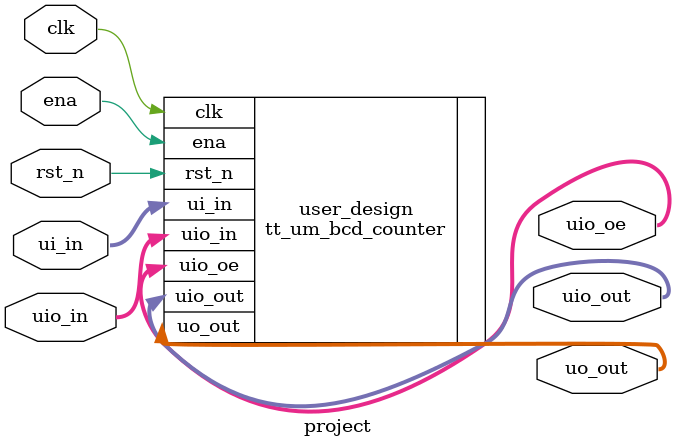
<source format=v>
/*
 * Tiny Tapeout Project Wrapper
 * File: project.v
 */

module project (
    input  wire        clk,
    input  wire        rst_n,
    input  wire        ena,
    input  wire [7:0]  ui_in,
    output wire [7:0]  uo_out,
    input  wire [7:0]  uio_in,
    output wire [7:0]  uio_out,
    output wire [7:0]  uio_oe
);

    // Instancia del diseño del usuario
    tt_um_bcd_counter user_design (
        .clk     (clk),
        .rst_n   (rst_n),
        .ena     (ena),
        .ui_in   (ui_in),
        .uo_out  (uo_out),
        .uio_in  (uio_in),
        .uio_out (uio_out),
        .uio_oe  (uio_oe)
    );

endmodule

</source>
